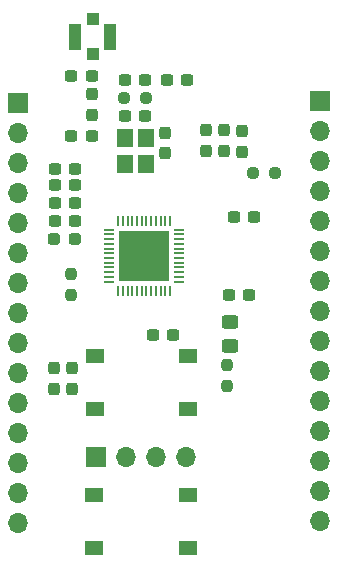
<source format=gbr>
%TF.GenerationSoftware,KiCad,Pcbnew,(6.0.4)*%
%TF.CreationDate,2022-06-13T20:22:48+02:00*%
%TF.ProjectId,Stamp,5374616d-702e-46b6-9963-61645f706362,rev?*%
%TF.SameCoordinates,Original*%
%TF.FileFunction,Soldermask,Top*%
%TF.FilePolarity,Negative*%
%FSLAX46Y46*%
G04 Gerber Fmt 4.6, Leading zero omitted, Abs format (unit mm)*
G04 Created by KiCad (PCBNEW (6.0.4)) date 2022-06-13 20:22:48*
%MOMM*%
%LPD*%
G01*
G04 APERTURE LIST*
G04 Aperture macros list*
%AMRoundRect*
0 Rectangle with rounded corners*
0 $1 Rounding radius*
0 $2 $3 $4 $5 $6 $7 $8 $9 X,Y pos of 4 corners*
0 Add a 4 corners polygon primitive as box body*
4,1,4,$2,$3,$4,$5,$6,$7,$8,$9,$2,$3,0*
0 Add four circle primitives for the rounded corners*
1,1,$1+$1,$2,$3*
1,1,$1+$1,$4,$5*
1,1,$1+$1,$6,$7*
1,1,$1+$1,$8,$9*
0 Add four rect primitives between the rounded corners*
20,1,$1+$1,$2,$3,$4,$5,0*
20,1,$1+$1,$4,$5,$6,$7,0*
20,1,$1+$1,$6,$7,$8,$9,0*
20,1,$1+$1,$8,$9,$2,$3,0*%
G04 Aperture macros list end*
%ADD10RoundRect,0.237500X0.237500X-0.250000X0.237500X0.250000X-0.237500X0.250000X-0.237500X-0.250000X0*%
%ADD11RoundRect,0.237500X0.300000X0.237500X-0.300000X0.237500X-0.300000X-0.237500X0.300000X-0.237500X0*%
%ADD12RoundRect,0.237500X0.237500X-0.300000X0.237500X0.300000X-0.237500X0.300000X-0.237500X-0.300000X0*%
%ADD13R,1.550000X1.300000*%
%ADD14R,1.700000X1.700000*%
%ADD15O,1.700000X1.700000*%
%ADD16RoundRect,0.237500X-0.237500X0.250000X-0.237500X-0.250000X0.237500X-0.250000X0.237500X0.250000X0*%
%ADD17RoundRect,0.237500X0.250000X0.237500X-0.250000X0.237500X-0.250000X-0.237500X0.250000X-0.237500X0*%
%ADD18RoundRect,0.237500X-0.300000X-0.237500X0.300000X-0.237500X0.300000X0.237500X-0.300000X0.237500X0*%
%ADD19RoundRect,0.237500X-0.287500X-0.237500X0.287500X-0.237500X0.287500X0.237500X-0.287500X0.237500X0*%
%ADD20RoundRect,0.250000X0.450000X-0.325000X0.450000X0.325000X-0.450000X0.325000X-0.450000X-0.325000X0*%
%ADD21RoundRect,0.237500X-0.237500X0.300000X-0.237500X-0.300000X0.237500X-0.300000X0.237500X0.300000X0*%
%ADD22R,1.000000X1.000000*%
%ADD23R,1.050000X2.200000*%
%ADD24R,1.350000X1.650000*%
%ADD25RoundRect,0.237500X-0.237500X0.287500X-0.237500X-0.287500X0.237500X-0.287500X0.237500X0.287500X0*%
%ADD26RoundRect,0.050000X-0.375000X-0.050000X0.375000X-0.050000X0.375000X0.050000X-0.375000X0.050000X0*%
%ADD27RoundRect,0.050000X-0.050000X-0.375000X0.050000X-0.375000X0.050000X0.375000X-0.050000X0.375000X0*%
%ADD28R,4.200000X4.200000*%
G04 APERTURE END LIST*
D10*
%TO.C,R4*%
X100076000Y-125730000D03*
X100076000Y-123905000D03*
%TD*%
D11*
%TO.C,C1*%
X87235000Y-107315000D03*
X85510000Y-107315000D03*
%TD*%
D12*
%TO.C,C9*%
X86995000Y-125931000D03*
X86995000Y-124206000D03*
%TD*%
D13*
%TO.C,SW1*%
X88900000Y-127635000D03*
X96850000Y-127635000D03*
X96850000Y-123135000D03*
X88900000Y-123135000D03*
%TD*%
D14*
%TO.C,J4*%
X107950000Y-101605000D03*
D15*
X107950000Y-104145000D03*
X107950000Y-106685000D03*
X107950000Y-109225000D03*
X107950000Y-111765000D03*
X107950000Y-114305000D03*
X107950000Y-116845000D03*
X107950000Y-119385000D03*
X107950000Y-121925000D03*
X107950000Y-124465000D03*
X107950000Y-127005000D03*
X107950000Y-129545000D03*
X107950000Y-132085000D03*
X107950000Y-134625000D03*
X107950000Y-137165000D03*
%TD*%
D13*
%TO.C,SW2*%
X88862000Y-134910000D03*
X96812000Y-134910000D03*
X96812000Y-139410000D03*
X88862000Y-139410000D03*
%TD*%
D16*
%TO.C,R1*%
X86868000Y-116205000D03*
X86868000Y-118030000D03*
%TD*%
D17*
%TO.C,R3*%
X104163500Y-107696000D03*
X102338500Y-107696000D03*
%TD*%
D18*
%TO.C,C7*%
X86921000Y-104521000D03*
X88646000Y-104521000D03*
%TD*%
D11*
%TO.C,C5*%
X87235000Y-110236000D03*
X85510000Y-110236000D03*
%TD*%
%TO.C,C15*%
X95578000Y-121412000D03*
X93853000Y-121412000D03*
%TD*%
D18*
%TO.C,C4*%
X86921000Y-99441000D03*
X88646000Y-99441000D03*
%TD*%
D19*
%TO.C,L2*%
X85471000Y-113284000D03*
X87221000Y-113284000D03*
%TD*%
D14*
%TO.C,J2*%
X89037000Y-131699000D03*
D15*
X91577000Y-131699000D03*
X94117000Y-131699000D03*
X96657000Y-131699000D03*
%TD*%
D20*
%TO.C,D1*%
X100330000Y-122319000D03*
X100330000Y-120269000D03*
%TD*%
D21*
%TO.C,C6*%
X94869000Y-104267000D03*
X94869000Y-105992000D03*
%TD*%
D11*
%TO.C,C3*%
X87235000Y-108712000D03*
X85510000Y-108712000D03*
%TD*%
D12*
%TO.C,C11*%
X85471000Y-125931000D03*
X85471000Y-124206000D03*
%TD*%
D18*
%TO.C,C17*%
X100256000Y-117983000D03*
X101981000Y-117983000D03*
%TD*%
D21*
%TO.C,C8*%
X99822000Y-104066000D03*
X99822000Y-105791000D03*
%TD*%
D22*
%TO.C,J1*%
X88724000Y-97639000D03*
D23*
X90199000Y-96139000D03*
X87249000Y-96139000D03*
D22*
X88724000Y-94639000D03*
%TD*%
D17*
%TO.C,R2*%
X93241500Y-101346000D03*
X91416500Y-101346000D03*
%TD*%
D24*
%TO.C,X1*%
X91468000Y-104684000D03*
X91468000Y-106934000D03*
X93218000Y-106934000D03*
X93218000Y-104684000D03*
%TD*%
D11*
%TO.C,C13*%
X96721000Y-99822000D03*
X94996000Y-99822000D03*
%TD*%
%TO.C,C16*%
X102436000Y-111379000D03*
X100711000Y-111379000D03*
%TD*%
D25*
%TO.C,L3*%
X98298000Y-104041000D03*
X98298000Y-105791000D03*
%TD*%
D21*
%TO.C,C12*%
X101346000Y-104140000D03*
X101346000Y-105865000D03*
%TD*%
D14*
%TO.C,J3*%
X82423000Y-101727000D03*
D15*
X82423000Y-104267000D03*
X82423000Y-106807000D03*
X82423000Y-109347000D03*
X82423000Y-111887000D03*
X82423000Y-114427000D03*
X82423000Y-116967000D03*
X82423000Y-119507000D03*
X82423000Y-122047000D03*
X82423000Y-124587000D03*
X82423000Y-127127000D03*
X82423000Y-129667000D03*
X82423000Y-132207000D03*
X82423000Y-134747000D03*
X82423000Y-137287000D03*
%TD*%
D26*
%TO.C,U1*%
X90141000Y-112481000D03*
X90141000Y-112881000D03*
X90141000Y-113281000D03*
X90141000Y-113681000D03*
X90141000Y-114081000D03*
X90141000Y-114481000D03*
X90141000Y-114881000D03*
X90141000Y-115281000D03*
X90141000Y-115681000D03*
X90141000Y-116081000D03*
X90141000Y-116481000D03*
X90141000Y-116881000D03*
D27*
X90891000Y-117631000D03*
X91291000Y-117631000D03*
X91691000Y-117631000D03*
X92091000Y-117631000D03*
X92491000Y-117631000D03*
X92891000Y-117631000D03*
X93291000Y-117631000D03*
X93691000Y-117631000D03*
X94091000Y-117631000D03*
X94491000Y-117631000D03*
X94891000Y-117631000D03*
X95291000Y-117631000D03*
D26*
X96041000Y-116881000D03*
X96041000Y-116481000D03*
X96041000Y-116081000D03*
X96041000Y-115681000D03*
X96041000Y-115281000D03*
X96041000Y-114881000D03*
X96041000Y-114481000D03*
X96041000Y-114081000D03*
X96041000Y-113681000D03*
X96041000Y-113281000D03*
X96041000Y-112881000D03*
X96041000Y-112481000D03*
D27*
X95291000Y-111731000D03*
X94891000Y-111731000D03*
X94491000Y-111731000D03*
X94091000Y-111731000D03*
X93691000Y-111731000D03*
X93291000Y-111731000D03*
X92891000Y-111731000D03*
X92491000Y-111731000D03*
X92091000Y-111731000D03*
X91691000Y-111731000D03*
X91291000Y-111731000D03*
X90891000Y-111731000D03*
D28*
X93091000Y-114681000D03*
%TD*%
D11*
%TO.C,C10*%
X87235000Y-111760000D03*
X85510000Y-111760000D03*
%TD*%
%TO.C,C14*%
X93165000Y-99822000D03*
X91440000Y-99822000D03*
%TD*%
D25*
%TO.C,L1*%
X88646000Y-100979000D03*
X88646000Y-102729000D03*
%TD*%
D11*
%TO.C,C2*%
X93165000Y-102870000D03*
X91440000Y-102870000D03*
%TD*%
M02*

</source>
